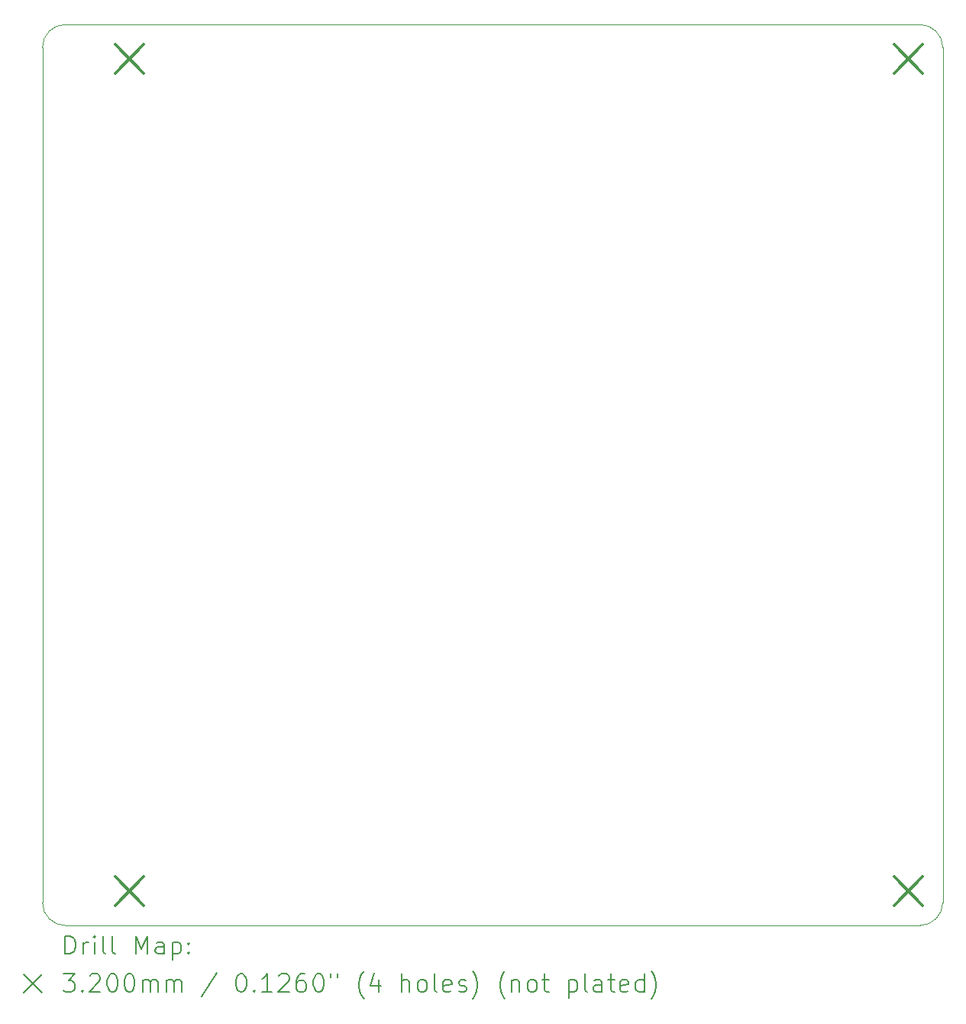
<source format=gbr>
%TF.GenerationSoftware,KiCad,Pcbnew,(6.0.9)*%
%TF.CreationDate,2022-11-21T21:05:13-08:00*%
%TF.ProjectId,IO Board,494f2042-6f61-4726-942e-6b696361645f,rev?*%
%TF.SameCoordinates,Original*%
%TF.FileFunction,Drillmap*%
%TF.FilePolarity,Positive*%
%FSLAX45Y45*%
G04 Gerber Fmt 4.5, Leading zero omitted, Abs format (unit mm)*
G04 Created by KiCad (PCBNEW (6.0.9)) date 2022-11-21 21:05:13*
%MOMM*%
%LPD*%
G01*
G04 APERTURE LIST*
%ADD10C,0.100000*%
%ADD11C,0.200000*%
%ADD12C,0.320000*%
G04 APERTURE END LIST*
D10*
X17959605Y-4523005D02*
X8485405Y-4523005D01*
X17959605Y-14505205D02*
G75*
G03*
X18213605Y-14251205I5J253995D01*
G01*
X18213615Y-4777005D02*
G75*
G03*
X17959605Y-4523005I-254005J-5D01*
G01*
X8485405Y-14505205D02*
X17959605Y-14505205D01*
X8231405Y-4777005D02*
X8231405Y-14251205D01*
X8485405Y-4523005D02*
G75*
G03*
X8231405Y-4777005I0J-254000D01*
G01*
X8231415Y-14251205D02*
G75*
G03*
X8485405Y-14505205I253995J-5D01*
G01*
X18213605Y-14251205D02*
X18213605Y-4777005D01*
D11*
D12*
X9036610Y-4744010D02*
X9356610Y-5064010D01*
X9356610Y-4744010D02*
X9036610Y-5064010D01*
X9036610Y-13964210D02*
X9356610Y-14284210D01*
X9356610Y-13964210D02*
X9036610Y-14284210D01*
X17672610Y-4744010D02*
X17992610Y-5064010D01*
X17992610Y-4744010D02*
X17672610Y-5064010D01*
X17672610Y-13964210D02*
X17992610Y-14284210D01*
X17992610Y-13964210D02*
X17672610Y-14284210D01*
D11*
X8484024Y-14820681D02*
X8484024Y-14620681D01*
X8531643Y-14620681D01*
X8560215Y-14630205D01*
X8579262Y-14649253D01*
X8588786Y-14668300D01*
X8598310Y-14706395D01*
X8598310Y-14734967D01*
X8588786Y-14773062D01*
X8579262Y-14792110D01*
X8560215Y-14811157D01*
X8531643Y-14820681D01*
X8484024Y-14820681D01*
X8684024Y-14820681D02*
X8684024Y-14687348D01*
X8684024Y-14725443D02*
X8693548Y-14706395D01*
X8703072Y-14696872D01*
X8722119Y-14687348D01*
X8741167Y-14687348D01*
X8807834Y-14820681D02*
X8807834Y-14687348D01*
X8807834Y-14620681D02*
X8798310Y-14630205D01*
X8807834Y-14639729D01*
X8817357Y-14630205D01*
X8807834Y-14620681D01*
X8807834Y-14639729D01*
X8931643Y-14820681D02*
X8912596Y-14811157D01*
X8903072Y-14792110D01*
X8903072Y-14620681D01*
X9036405Y-14820681D02*
X9017357Y-14811157D01*
X9007834Y-14792110D01*
X9007834Y-14620681D01*
X9264977Y-14820681D02*
X9264977Y-14620681D01*
X9331643Y-14763538D01*
X9398310Y-14620681D01*
X9398310Y-14820681D01*
X9579262Y-14820681D02*
X9579262Y-14715919D01*
X9569738Y-14696872D01*
X9550691Y-14687348D01*
X9512596Y-14687348D01*
X9493548Y-14696872D01*
X9579262Y-14811157D02*
X9560215Y-14820681D01*
X9512596Y-14820681D01*
X9493548Y-14811157D01*
X9484024Y-14792110D01*
X9484024Y-14773062D01*
X9493548Y-14754015D01*
X9512596Y-14744491D01*
X9560215Y-14744491D01*
X9579262Y-14734967D01*
X9674500Y-14687348D02*
X9674500Y-14887348D01*
X9674500Y-14696872D02*
X9693548Y-14687348D01*
X9731643Y-14687348D01*
X9750691Y-14696872D01*
X9760215Y-14706395D01*
X9769738Y-14725443D01*
X9769738Y-14782586D01*
X9760215Y-14801634D01*
X9750691Y-14811157D01*
X9731643Y-14820681D01*
X9693548Y-14820681D01*
X9674500Y-14811157D01*
X9855453Y-14801634D02*
X9864977Y-14811157D01*
X9855453Y-14820681D01*
X9845929Y-14811157D01*
X9855453Y-14801634D01*
X9855453Y-14820681D01*
X9855453Y-14696872D02*
X9864977Y-14706395D01*
X9855453Y-14715919D01*
X9845929Y-14706395D01*
X9855453Y-14696872D01*
X9855453Y-14715919D01*
X8026405Y-15050205D02*
X8226405Y-15250205D01*
X8226405Y-15050205D02*
X8026405Y-15250205D01*
X8464977Y-15040681D02*
X8588786Y-15040681D01*
X8522119Y-15116872D01*
X8550691Y-15116872D01*
X8569738Y-15126395D01*
X8579262Y-15135919D01*
X8588786Y-15154967D01*
X8588786Y-15202586D01*
X8579262Y-15221634D01*
X8569738Y-15231157D01*
X8550691Y-15240681D01*
X8493548Y-15240681D01*
X8474500Y-15231157D01*
X8464977Y-15221634D01*
X8674500Y-15221634D02*
X8684024Y-15231157D01*
X8674500Y-15240681D01*
X8664977Y-15231157D01*
X8674500Y-15221634D01*
X8674500Y-15240681D01*
X8760215Y-15059729D02*
X8769738Y-15050205D01*
X8788786Y-15040681D01*
X8836405Y-15040681D01*
X8855453Y-15050205D01*
X8864977Y-15059729D01*
X8874500Y-15078776D01*
X8874500Y-15097824D01*
X8864977Y-15126395D01*
X8750691Y-15240681D01*
X8874500Y-15240681D01*
X8998310Y-15040681D02*
X9017357Y-15040681D01*
X9036405Y-15050205D01*
X9045929Y-15059729D01*
X9055453Y-15078776D01*
X9064977Y-15116872D01*
X9064977Y-15164491D01*
X9055453Y-15202586D01*
X9045929Y-15221634D01*
X9036405Y-15231157D01*
X9017357Y-15240681D01*
X8998310Y-15240681D01*
X8979262Y-15231157D01*
X8969738Y-15221634D01*
X8960215Y-15202586D01*
X8950691Y-15164491D01*
X8950691Y-15116872D01*
X8960215Y-15078776D01*
X8969738Y-15059729D01*
X8979262Y-15050205D01*
X8998310Y-15040681D01*
X9188786Y-15040681D02*
X9207834Y-15040681D01*
X9226881Y-15050205D01*
X9236405Y-15059729D01*
X9245929Y-15078776D01*
X9255453Y-15116872D01*
X9255453Y-15164491D01*
X9245929Y-15202586D01*
X9236405Y-15221634D01*
X9226881Y-15231157D01*
X9207834Y-15240681D01*
X9188786Y-15240681D01*
X9169738Y-15231157D01*
X9160215Y-15221634D01*
X9150691Y-15202586D01*
X9141167Y-15164491D01*
X9141167Y-15116872D01*
X9150691Y-15078776D01*
X9160215Y-15059729D01*
X9169738Y-15050205D01*
X9188786Y-15040681D01*
X9341167Y-15240681D02*
X9341167Y-15107348D01*
X9341167Y-15126395D02*
X9350691Y-15116872D01*
X9369738Y-15107348D01*
X9398310Y-15107348D01*
X9417357Y-15116872D01*
X9426881Y-15135919D01*
X9426881Y-15240681D01*
X9426881Y-15135919D02*
X9436405Y-15116872D01*
X9455453Y-15107348D01*
X9484024Y-15107348D01*
X9503072Y-15116872D01*
X9512596Y-15135919D01*
X9512596Y-15240681D01*
X9607834Y-15240681D02*
X9607834Y-15107348D01*
X9607834Y-15126395D02*
X9617357Y-15116872D01*
X9636405Y-15107348D01*
X9664977Y-15107348D01*
X9684024Y-15116872D01*
X9693548Y-15135919D01*
X9693548Y-15240681D01*
X9693548Y-15135919D02*
X9703072Y-15116872D01*
X9722119Y-15107348D01*
X9750691Y-15107348D01*
X9769738Y-15116872D01*
X9779262Y-15135919D01*
X9779262Y-15240681D01*
X10169738Y-15031157D02*
X9998310Y-15288300D01*
X10426881Y-15040681D02*
X10445929Y-15040681D01*
X10464977Y-15050205D01*
X10474500Y-15059729D01*
X10484024Y-15078776D01*
X10493548Y-15116872D01*
X10493548Y-15164491D01*
X10484024Y-15202586D01*
X10474500Y-15221634D01*
X10464977Y-15231157D01*
X10445929Y-15240681D01*
X10426881Y-15240681D01*
X10407834Y-15231157D01*
X10398310Y-15221634D01*
X10388786Y-15202586D01*
X10379262Y-15164491D01*
X10379262Y-15116872D01*
X10388786Y-15078776D01*
X10398310Y-15059729D01*
X10407834Y-15050205D01*
X10426881Y-15040681D01*
X10579262Y-15221634D02*
X10588786Y-15231157D01*
X10579262Y-15240681D01*
X10569738Y-15231157D01*
X10579262Y-15221634D01*
X10579262Y-15240681D01*
X10779262Y-15240681D02*
X10664977Y-15240681D01*
X10722119Y-15240681D02*
X10722119Y-15040681D01*
X10703072Y-15069253D01*
X10684024Y-15088300D01*
X10664977Y-15097824D01*
X10855453Y-15059729D02*
X10864977Y-15050205D01*
X10884024Y-15040681D01*
X10931643Y-15040681D01*
X10950691Y-15050205D01*
X10960215Y-15059729D01*
X10969738Y-15078776D01*
X10969738Y-15097824D01*
X10960215Y-15126395D01*
X10845929Y-15240681D01*
X10969738Y-15240681D01*
X11141167Y-15040681D02*
X11103072Y-15040681D01*
X11084024Y-15050205D01*
X11074500Y-15059729D01*
X11055453Y-15088300D01*
X11045929Y-15126395D01*
X11045929Y-15202586D01*
X11055453Y-15221634D01*
X11064977Y-15231157D01*
X11084024Y-15240681D01*
X11122119Y-15240681D01*
X11141167Y-15231157D01*
X11150691Y-15221634D01*
X11160215Y-15202586D01*
X11160215Y-15154967D01*
X11150691Y-15135919D01*
X11141167Y-15126395D01*
X11122119Y-15116872D01*
X11084024Y-15116872D01*
X11064977Y-15126395D01*
X11055453Y-15135919D01*
X11045929Y-15154967D01*
X11284024Y-15040681D02*
X11303072Y-15040681D01*
X11322119Y-15050205D01*
X11331643Y-15059729D01*
X11341167Y-15078776D01*
X11350691Y-15116872D01*
X11350691Y-15164491D01*
X11341167Y-15202586D01*
X11331643Y-15221634D01*
X11322119Y-15231157D01*
X11303072Y-15240681D01*
X11284024Y-15240681D01*
X11264976Y-15231157D01*
X11255453Y-15221634D01*
X11245929Y-15202586D01*
X11236405Y-15164491D01*
X11236405Y-15116872D01*
X11245929Y-15078776D01*
X11255453Y-15059729D01*
X11264976Y-15050205D01*
X11284024Y-15040681D01*
X11426881Y-15040681D02*
X11426881Y-15078776D01*
X11503072Y-15040681D02*
X11503072Y-15078776D01*
X11798310Y-15316872D02*
X11788786Y-15307348D01*
X11769738Y-15278776D01*
X11760215Y-15259729D01*
X11750691Y-15231157D01*
X11741167Y-15183538D01*
X11741167Y-15145443D01*
X11750691Y-15097824D01*
X11760215Y-15069253D01*
X11769738Y-15050205D01*
X11788786Y-15021634D01*
X11798310Y-15012110D01*
X11960215Y-15107348D02*
X11960215Y-15240681D01*
X11912595Y-15031157D02*
X11864976Y-15174015D01*
X11988786Y-15174015D01*
X12217357Y-15240681D02*
X12217357Y-15040681D01*
X12303072Y-15240681D02*
X12303072Y-15135919D01*
X12293548Y-15116872D01*
X12274500Y-15107348D01*
X12245929Y-15107348D01*
X12226881Y-15116872D01*
X12217357Y-15126395D01*
X12426881Y-15240681D02*
X12407834Y-15231157D01*
X12398310Y-15221634D01*
X12388786Y-15202586D01*
X12388786Y-15145443D01*
X12398310Y-15126395D01*
X12407834Y-15116872D01*
X12426881Y-15107348D01*
X12455453Y-15107348D01*
X12474500Y-15116872D01*
X12484024Y-15126395D01*
X12493548Y-15145443D01*
X12493548Y-15202586D01*
X12484024Y-15221634D01*
X12474500Y-15231157D01*
X12455453Y-15240681D01*
X12426881Y-15240681D01*
X12607834Y-15240681D02*
X12588786Y-15231157D01*
X12579262Y-15212110D01*
X12579262Y-15040681D01*
X12760215Y-15231157D02*
X12741167Y-15240681D01*
X12703072Y-15240681D01*
X12684024Y-15231157D01*
X12674500Y-15212110D01*
X12674500Y-15135919D01*
X12684024Y-15116872D01*
X12703072Y-15107348D01*
X12741167Y-15107348D01*
X12760215Y-15116872D01*
X12769738Y-15135919D01*
X12769738Y-15154967D01*
X12674500Y-15174015D01*
X12845929Y-15231157D02*
X12864976Y-15240681D01*
X12903072Y-15240681D01*
X12922119Y-15231157D01*
X12931643Y-15212110D01*
X12931643Y-15202586D01*
X12922119Y-15183538D01*
X12903072Y-15174015D01*
X12874500Y-15174015D01*
X12855453Y-15164491D01*
X12845929Y-15145443D01*
X12845929Y-15135919D01*
X12855453Y-15116872D01*
X12874500Y-15107348D01*
X12903072Y-15107348D01*
X12922119Y-15116872D01*
X12998310Y-15316872D02*
X13007834Y-15307348D01*
X13026881Y-15278776D01*
X13036405Y-15259729D01*
X13045929Y-15231157D01*
X13055453Y-15183538D01*
X13055453Y-15145443D01*
X13045929Y-15097824D01*
X13036405Y-15069253D01*
X13026881Y-15050205D01*
X13007834Y-15021634D01*
X12998310Y-15012110D01*
X13360215Y-15316872D02*
X13350691Y-15307348D01*
X13331643Y-15278776D01*
X13322119Y-15259729D01*
X13312595Y-15231157D01*
X13303072Y-15183538D01*
X13303072Y-15145443D01*
X13312595Y-15097824D01*
X13322119Y-15069253D01*
X13331643Y-15050205D01*
X13350691Y-15021634D01*
X13360215Y-15012110D01*
X13436405Y-15107348D02*
X13436405Y-15240681D01*
X13436405Y-15126395D02*
X13445929Y-15116872D01*
X13464976Y-15107348D01*
X13493548Y-15107348D01*
X13512595Y-15116872D01*
X13522119Y-15135919D01*
X13522119Y-15240681D01*
X13645929Y-15240681D02*
X13626881Y-15231157D01*
X13617357Y-15221634D01*
X13607834Y-15202586D01*
X13607834Y-15145443D01*
X13617357Y-15126395D01*
X13626881Y-15116872D01*
X13645929Y-15107348D01*
X13674500Y-15107348D01*
X13693548Y-15116872D01*
X13703072Y-15126395D01*
X13712595Y-15145443D01*
X13712595Y-15202586D01*
X13703072Y-15221634D01*
X13693548Y-15231157D01*
X13674500Y-15240681D01*
X13645929Y-15240681D01*
X13769738Y-15107348D02*
X13845929Y-15107348D01*
X13798310Y-15040681D02*
X13798310Y-15212110D01*
X13807834Y-15231157D01*
X13826881Y-15240681D01*
X13845929Y-15240681D01*
X14064976Y-15107348D02*
X14064976Y-15307348D01*
X14064976Y-15116872D02*
X14084024Y-15107348D01*
X14122119Y-15107348D01*
X14141167Y-15116872D01*
X14150691Y-15126395D01*
X14160215Y-15145443D01*
X14160215Y-15202586D01*
X14150691Y-15221634D01*
X14141167Y-15231157D01*
X14122119Y-15240681D01*
X14084024Y-15240681D01*
X14064976Y-15231157D01*
X14274500Y-15240681D02*
X14255453Y-15231157D01*
X14245929Y-15212110D01*
X14245929Y-15040681D01*
X14436405Y-15240681D02*
X14436405Y-15135919D01*
X14426881Y-15116872D01*
X14407834Y-15107348D01*
X14369738Y-15107348D01*
X14350691Y-15116872D01*
X14436405Y-15231157D02*
X14417357Y-15240681D01*
X14369738Y-15240681D01*
X14350691Y-15231157D01*
X14341167Y-15212110D01*
X14341167Y-15193062D01*
X14350691Y-15174015D01*
X14369738Y-15164491D01*
X14417357Y-15164491D01*
X14436405Y-15154967D01*
X14503072Y-15107348D02*
X14579262Y-15107348D01*
X14531643Y-15040681D02*
X14531643Y-15212110D01*
X14541167Y-15231157D01*
X14560215Y-15240681D01*
X14579262Y-15240681D01*
X14722119Y-15231157D02*
X14703072Y-15240681D01*
X14664976Y-15240681D01*
X14645929Y-15231157D01*
X14636405Y-15212110D01*
X14636405Y-15135919D01*
X14645929Y-15116872D01*
X14664976Y-15107348D01*
X14703072Y-15107348D01*
X14722119Y-15116872D01*
X14731643Y-15135919D01*
X14731643Y-15154967D01*
X14636405Y-15174015D01*
X14903072Y-15240681D02*
X14903072Y-15040681D01*
X14903072Y-15231157D02*
X14884024Y-15240681D01*
X14845929Y-15240681D01*
X14826881Y-15231157D01*
X14817357Y-15221634D01*
X14807834Y-15202586D01*
X14807834Y-15145443D01*
X14817357Y-15126395D01*
X14826881Y-15116872D01*
X14845929Y-15107348D01*
X14884024Y-15107348D01*
X14903072Y-15116872D01*
X14979262Y-15316872D02*
X14988786Y-15307348D01*
X15007834Y-15278776D01*
X15017357Y-15259729D01*
X15026881Y-15231157D01*
X15036405Y-15183538D01*
X15036405Y-15145443D01*
X15026881Y-15097824D01*
X15017357Y-15069253D01*
X15007834Y-15050205D01*
X14988786Y-15021634D01*
X14979262Y-15012110D01*
M02*

</source>
